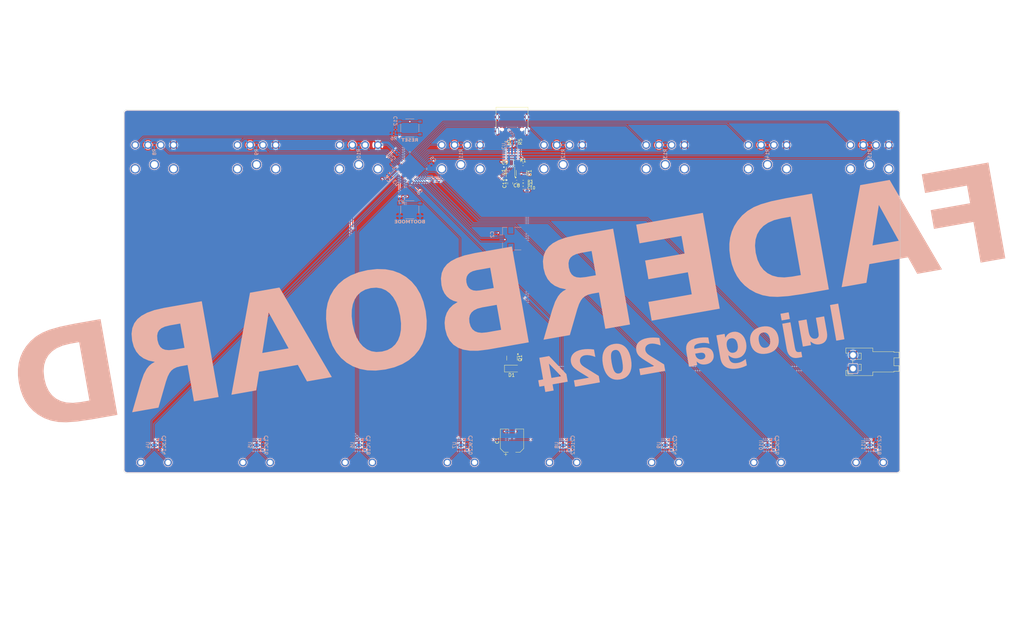
<source format=kicad_pcb>
(kicad_pcb
	(version 20240108)
	(generator "pcbnew")
	(generator_version "8.0")
	(general
		(thickness 1.6)
		(legacy_teardrops no)
	)
	(paper "A4")
	(layers
		(0 "F.Cu" signal)
		(31 "B.Cu" signal)
		(32 "B.Adhes" user "B.Adhesive")
		(33 "F.Adhes" user "F.Adhesive")
		(34 "B.Paste" user)
		(35 "F.Paste" user)
		(36 "B.SilkS" user "B.Silkscreen")
		(37 "F.SilkS" user "F.Silkscreen")
		(38 "B.Mask" user)
		(39 "F.Mask" user)
		(40 "Dwgs.User" user "User.Drawings")
		(41 "Cmts.User" user "User.Comments")
		(42 "Eco1.User" user "User.Eco1")
		(43 "Eco2.User" user "User.Eco2")
		(44 "Edge.Cuts" user)
		(45 "Margin" user)
		(46 "B.CrtYd" user "B.Courtyard")
		(47 "F.CrtYd" user "F.Courtyard")
		(48 "B.Fab" user)
		(49 "F.Fab" user)
		(50 "User.1" user)
		(51 "User.2" user)
		(52 "User.3" user)
		(53 "User.4" user)
		(54 "User.5" user)
		(55 "User.6" user)
		(56 "User.7" user)
		(57 "User.8" user)
		(58 "User.9" user)
	)
	(setup
		(stackup
			(layer "F.SilkS"
				(type "Top Silk Screen")
				(color "White")
			)
			(layer "F.Paste"
				(type "Top Solder Paste")
			)
			(layer "F.Mask"
				(type "Top Solder Mask")
				(color "Green")
				(thickness 0.01)
			)
			(layer "F.Cu"
				(type "copper")
				(thickness 0.035)
			)
			(layer "dielectric 1"
				(type "core")
				(thickness 1.51)
				(material "FR4")
				(epsilon_r 4.5)
				(loss_tangent 0.02)
			)
			(layer "B.Cu"
				(type "copper")
				(thickness 0.035)
			)
			(layer "B.Mask"
				(type "Bottom Solder Mask")
				(color "Green")
				(thickness 0.01)
			)
			(layer "B.Paste"
				(type "Bottom Solder Paste")
			)
			(layer "B.SilkS"
				(type "Bottom Silk Screen")
				(color "White")
			)
			(copper_finish "ENIG")
			(dielectric_constraints no)
		)
		(pad_to_mask_clearance 0)
		(allow_soldermask_bridges_in_footprints no)
		(pcbplotparams
			(layerselection 0x00010fc_ffffffff)
			(plot_on_all_layers_selection 0x0000000_00000000)
			(disableapertmacros no)
			(usegerberextensions no)
			(usegerberattributes yes)
			(usegerberadvancedattributes yes)
			(creategerberjobfile yes)
			(dashed_line_dash_ratio 12.000000)
			(dashed_line_gap_ratio 3.000000)
			(svgprecision 6)
			(plotframeref no)
			(viasonmask no)
			(mode 1)
			(useauxorigin no)
			(hpglpennumber 1)
			(hpglpenspeed 20)
			(hpglpendiameter 15.000000)
			(pdf_front_fp_property_popups yes)
			(pdf_back_fp_property_popups yes)
			(dxfpolygonmode yes)
			(dxfimperialunits yes)
			(dxfusepcbnewfont yes)
			(psnegative no)
			(psa4output no)
			(plotreference yes)
			(plotvalue yes)
			(plotfptext yes)
			(plotinvisibletext no)
			(sketchpadsonfab no)
			(subtractmaskfromsilk no)
			(outputformat 1)
			(mirror no)
			(drillshape 1)
			(scaleselection 1)
			(outputdirectory "")
		)
	)
	(net 0 "")
	(net 1 "VDC")
	(net 2 "GND")
	(net 3 "+3V3")
	(net 4 "Net-(U1-LX)")
	(net 5 "/NRST")
	(net 6 "/BOOT0")
	(net 7 "/USART1_RX")
	(net 8 "/USART1_TX")
	(net 9 "Net-(U1-BS)")
	(net 10 "unconnected-(RV1-MountPin-PadMP)")
	(net 11 "unconnected-(RV1-MountPin-PadMP)_0")
	(net 12 "unconnected-(RV1-MountPin-PadMP)_1")
	(net 13 "unconnected-(RV2-MountPin-PadMP)")
	(net 14 "unconnected-(RV2-MountPin-PadMP)_0")
	(net 15 "unconnected-(RV2-MountPin-PadMP)_1")
	(net 16 "unconnected-(RV3-MountPin-PadMP)")
	(net 17 "unconnected-(RV3-MountPin-PadMP)_0")
	(net 18 "unconnected-(RV3-MountPin-PadMP)_1")
	(net 19 "VBUS")
	(net 20 "Net-(U1-FB)")
	(net 21 "Net-(D1-A)")
	(net 22 "Net-(J1-D+-PadA6)")
	(net 23 "Net-(J1-CC1)")
	(net 24 "unconnected-(J1-SBU2-PadB8)")
	(net 25 "Net-(J1-D--PadA7)")
	(net 26 "Net-(J1-CC2)")
	(net 27 "unconnected-(J1-SBU1-PadA8)")
	(net 28 "unconnected-(J2-MountPin-PadMP)")
	(net 29 "unconnected-(J2-MountPin-PadMP)_0")
	(net 30 "Net-(U1-EN)")
	(net 31 "TOUCH1")
	(net 32 "TOUCH2")
	(net 33 "TOUCH3")
	(net 34 "unconnected-(RV4-MountPin-PadMP)")
	(net 35 "unconnected-(RV4-MountPin-PadMP)_0")
	(net 36 "unconnected-(RV4-MountPin-PadMP)_1")
	(net 37 "unconnected-(RV5-MountPin-PadMP)")
	(net 38 "unconnected-(RV5-MountPin-PadMP)_0")
	(net 39 "unconnected-(RV5-MountPin-PadMP)_1")
	(net 40 "unconnected-(RV6-MountPin-PadMP)")
	(net 41 "unconnected-(RV6-MountPin-PadMP)_0")
	(net 42 "unconnected-(RV6-MountPin-PadMP)_1")
	(net 43 "unconnected-(RV7-MountPin-PadMP)")
	(net 44 "unconnected-(RV7-MountPin-PadMP)_0")
	(net 45 "unconnected-(RV7-MountPin-PadMP)_1")
	(net 46 "unconnected-(RV8-MountPin-PadMP)")
	(net 47 "unconnected-(RV8-MountPin-PadMP)_0")
	(net 48 "unconnected-(RV8-MountPin-PadMP)_1")
	(net 49 "TOUCH4")
	(net 50 "TOUCH5")
	(net 51 "TOUCH6")
	(net 52 "TOUCH7")
	(net 53 "TOUCH8")
	(net 54 "/Faders and motor control/B1")
	(net 55 "ADC1")
	(net 56 "/Faders and motor control/A1")
	(net 57 "/Faders and motor control/A2")
	(net 58 "/Faders and motor control/B2")
	(net 59 "ADC2")
	(net 60 "ADC3")
	(net 61 "/Faders and motor control/B3")
	(net 62 "/Faders and motor control/A3")
	(net 63 "ADC4")
	(net 64 "/Faders and motor control/A4")
	(net 65 "/Faders and motor control/B4")
	(net 66 "ADC5")
	(net 67 "/Faders and motor control/A5")
	(net 68 "/Faders and motor control/B5")
	(net 69 "/Faders and motor control/B6")
	(net 70 "ADC6")
	(net 71 "/Faders and motor control/A6")
	(net 72 "/Faders and motor control/B7")
	(net 73 "/Faders and motor control/A7")
	(net 74 "ADC7")
	(net 75 "/Faders and motor control/A8")
	(net 76 "ADC8")
	(net 77 "/Faders and motor control/B8")
	(net 78 "PWM7")
	(net 79 "DIR1")
	(net 80 "PWM5")
	(net 81 "DIR6")
	(net 82 "PWM1")
	(net 83 "PWM3")
	(net 84 "DIR8")
	(net 85 "PWM6")
	(net 86 "PWM8")
	(net 87 "NSLEEP")
	(net 88 "PWM4")
	(net 89 "DIR7")
	(net 90 "PWM2")
	(net 91 "DIR2")
	(net 92 "/USB_D+")
	(net 93 "/USB_D-")
	(net 94 "SWDIO{slash}DIR5")
	(net 95 "SWCLK{slash}DIR4")
	(net 96 "DIR3")
	(footprint "Package_TO_SOT_SMD:SOT-23" (layer "F.Cu") (at 147.5 97.56 -90))
	(footprint "Capacitor_SMD:CP_Elec_6.3x7.7" (layer "F.Cu") (at 147.5 121.79 90))
	(footprint "faderboard:Fader_Alps_RSA0N11M9A0J" (layer "F.Cu") (at 72.5 35))
	(footprint "Capacitor_SMD:C_0805_2012Metric" (layer "F.Cu") (at 148.11 40.175 180))
	(footprint "Inductor_SMD:L_Sunlord_SWPA252012S" (layer "F.Cu") (at 147.065 42.8925 -90))
	(footprint "Package_TO_SOT_SMD:SOT-23-6" (layer "F.Cu") (at 150.3 43.205 90))
	(footprint "faderboard:Fader_Alps_RSA0N11M9A0J" (layer "F.Cu") (at 222.5 35))
	(footprint "Capacitor_SMD:C_0402_1005Metric" (layer "F.Cu") (at 150.775 47.595))
	(footprint "Capacitor_SMD:C_0402_1005Metric" (layer "F.Cu") (at 148.87 45.715 180))
	(footprint "Capacitor_SMD:C_0805_2012Metric" (layer "F.Cu") (at 146.98 46.2425 -90))
	(footprint "faderboard:Fader_Alps_RSA0N11M9A0J" (layer "F.Cu") (at 42.5 35))
	(footprint "faderboard:Fader_Alps_RSA0N11M9A0J" (layer "F.Cu") (at 252.5 35))
	(footprint "Resistor_SMD:R_0402_1005Metric" (layer "F.Cu") (at 150.775 45.725 180))
	(footprint "faderboard:Fader_Alps_RSA0N11M9A0J" (layer "F.Cu") (at 162.5 35))
	(footprint "Resistor_SMD:R_0402_1005Metric" (layer "F.Cu") (at 150.74 40.685))
	(footprint "Resistor_SMD:R_0402_1005Metric" (layer "F.Cu") (at 148.75 34.04 -90))
	(footprint "faderboard:Fader_Alps_RSA0N11M9A0J" (layer "F.Cu") (at 102.5 35))
	(footprint "Connector_USB:USB_C_Receptacle_HRO_TYPE-C-31-M-12" (layer "F.Cu") (at 147.5 27.84 180))
	(footprint "Connector_JST:JST_VH_S2P-VH_1x02_P3.96mm_Horizontal" (layer "F.Cu") (at 247.625 100.63 90))
	(footprint "faderboard:Fader_Alps_RSA0N11M9A0J" (layer "F.Cu") (at 132.5 35))
	(footprint "Resistor_SMD:R_0402_1005Metric" (layer "F.Cu") (at 150.775 46.665))
	(footprint "Diode_SMD:D_SOD-123F" (layer "F.Cu") (at 147.5 100.63))
	(footprint "Resistor_SMD:R_0402_1005Metric" (layer "F.Cu") (at 145.75 34.04 -90))
	(footprint "faderboard:Fader_Alps_RSA0N11M9A0J" (layer "F.Cu") (at 192.5 35))
	(footprint "Package_SON:WSON-8-1EP_2x2mm_P0.5mm_EP0.9x1.6mm_ThermalVias" (layer "B.Cu") (at 252.5 123.1 90))
	(footprint "Capacitor_SMD:C_0402_1005Metric" (layer "B.Cu") (at 224.21 122.19 -90))
	(footprint "faderboard:Jushuo_AFC01-S04FCx-00_1x04-1MP_P0.50mm_Horizontal" (layer "B.Cu") (at 147.5 62.5 -90))
	(footprint "Resistor_SMD:R_0402_1005Metric" (layer "B.Cu") (at 112.78 31.875))
	(footprint "Package_SON:WSON-8-1EP_2x2mm_P0.5mm_EP0.9x1.6mm_ThermalVias" (layer "B.Cu") (at 102.5 123.1 90))
	(footprint "Capacitor_SMD:C_0402_1005Metric" (layer "B.Cu") (at 224.21 124.01 90))
	(footprint "Capacitor_SMD:C_0402_1005Metric" (layer "B.Cu") (at 194.21 122.19 -90))
	(footprint "Capacitor_SMD:C_0402_1005Metric" (layer "B.Cu") (at 104.21 124.01 90))
	(footprint "Package_SON:WSON-8-1EP_2x2mm_P0.5mm_EP0.9x1.6mm_ThermalVias" (layer "B.Cu") (at 132.5 123.1 90))
	(footprint "Capacitor_SMD:C_0402_1005Metric" (layer "B.Cu") (at 44.21 122.19 -90))
	(footprint "Resistor_SMD:R_0402_1005Metric"
		(layer "B.Cu")
		(uuid "3f3d22d2-a833-4978-863d-41049f662527")
		(at 132.5 35 90)
		(descr "Resistor SMD 0402 (1005 Metric), square (rectangular) end terminal, IPC_7351 nominal, (Body size source: IPC-SM-782 page 72, https://www.pcb-3d.com/wordpress/wp-content/uploads/ipc-sm-782a_amendment_1_and_2.pdf), generated with kicad-footprint-generator")
		(tags "resistor")
		(property "Reference" "R11"
			(at -1 0 90)
			(layer "B.SilkS")
			(uuid "dccc07a6-b18d-43ba-9f54-aa844c851722")
			(effects
				(font
					(size 1 1)
					(thickness 0.15)
				)
				(justify left mirror)
			)
		)
		(property "Value" "1M"
			(at 0 -1.17 90)
			(layer "B.Fab")
			(uuid "cb45c029-d401-4ad9-a28c-1ab58d624d37")
			(effects
				(font
					(size 1 1)
					(thickness 0.15)
				)
				(justify mirror)
			)
		)
		(property "Footprint" "Resistor_SMD:R_0402_1005Metric"
			(at 0 0 90)
			(layer "F.Fab")
			(hide yes)
			(uuid "e52ec264-5fd4-4a90-98c9-9f1e1413f741")
			(effects
				(font
					(size 1.27 1.27)
					(thickness 0.15)
				)
			)
		)
		(property "Datasheet" ""
			(at 0 0 90)
			(layer "F.Fab")
			(hide yes)
			(uuid "94b41db4-ee77-48ad-9437-1939af1691dd")
			(effects
				(font
					(size 1.27 1.27)
					(thickness 0.15)
				)
			)
		)
		(property "Description" ""
			(at 0 0 90)
			(layer "F.Fab")
			(hide yes)
			(uuid "1a00026d-fd40-4ef8-be05-923487747cc8")
			(effects
				(font
					(size 1.27 1.27)
					(thickness 0.15)
				)
			)
		)
		(property ki_fp_filters "R_*")
		(path "/7e98d2d8-242d-4e31-bdce-eea112b90cb9/9432552d-3e27-4c57-bd85-576a4d0c04ed")
		(sheetname "Faders and motor control")
		(sheetfile "faders.kicad_sch")
		(attr smd)
		(fp_line
			(start -0.153641 -0.38)
			(end 0.153641 -0.38)
			(stroke
				(width 0.12)
				(type solid)
			)
			(layer "B.SilkS")
			(uuid "2c7e2006-300f-414c-9bde-8079bb0c59d0")
		)
		(fp_line
			(start -0.153641 0.38)
			(end 0.153641 0.38)
			(stroke
				(width 0.12)
				(type solid)
			)
			(layer "B.SilkS")
			(uuid "e4f02649-4c3b-4e4a-b917-03a00888fa63")
		)
		(fp_line
			(start 0.93 -0.47)
			(end -0.93 -0.47)
			(stroke
				(width 0.05)
				(type solid)
			)
			(layer "B.CrtYd")
			(uuid "2a45e33f-5fd5-4e68-b07a-c67a6a4f54fc")
		)
		(fp_line
			(start -0.93 -0.47)
			(end -0.93 0.47)
			(stroke
				(width 0.05)
				(type solid)
			)
			(layer "B.CrtYd")
			(uuid "98974d5c-541a-4399-966d-d63556b0e2ea")
		)
		(fp_line
			(start 0.93 0.47)
			(end 0.93 -0.47)
			(stroke
				(width 0.05)
				(type solid)
			)
			(layer "B.CrtYd")
			(uuid "671e11a5-26f7-4a43-8448-4e4f5c9c9c0a")
		)
		(fp_line
			(start -0.93 0.47)
			(end 0.93 0.47)
			(stroke
				(width 0.05)
				(type solid)
			)
			(layer "B.CrtYd")
			(uuid "180ecbef-c444-4df2-a53b-8296a28bd894")
		)
		(fp_line
			(start 0.525 -0.27)
			(end -0.525 -0.27)
			(stroke
				(width 0.1)
				(type solid)
			)
			(layer "B.Fab")
			(uuid "b64f0aed-5db9-48d9-8775-36f9710c20df")
		)
		(fp_line
			(start -0.525 -0.27)
			(end
... [801321 chars truncated]
</source>
